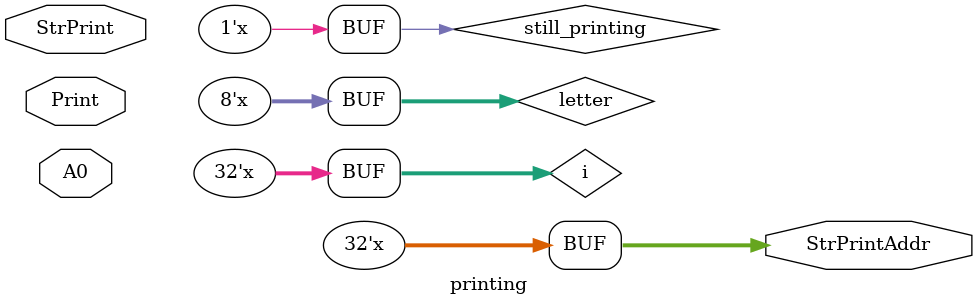
<source format=v>
/* Printing Module
This module takes in a string to print, a control bit, and the address A0.
It outputs a new address to print, which goes to instruction_memory to update
the string to print.
*/

module printing (
	// The ascii to hex string to print
	input [31:0] StrPrint,
	// Boolean to activate this module
	input Print,
	input [31:0] A0,
	output reg [31:0] StrPrintAddr
);

//current letter
reg [7:0] letter;
reg still_printing;

integer i;

initial begin
	still_printing = 0;
end

// This module is activated by flipping print from 0 to 1 (hence posedge).
always @ (posedge Print) begin
	still_printing = 1;
	StrPrintAddr = A0;
end

always @ (StrPrint) begin // Triggers when a new string to print comes into the module.
	if (still_printing) begin
		for (i = 4; i > 0; i = i - 1) begin // Work backwards through the chunk
			if (i == 4) begin
				letter = StrPrint[7:0];
			end else if ( i == 3) begin
				letter = StrPrint[15:8];
			end else if ( i == 2) begin
				letter = StrPrint[23:16];
			end else begin
				letter = StrPrint[31:24];
			end

			if (letter == 0) begin
				still_printing = 0; // Hit null terminator, stop printing.
			end else begin
				$write("%s", letter);
			end
		end
		if (~still_printing) // Adds newline
			$display("");

		StrPrintAddr = StrPrintAddr + 4; // Update printaddr so that StrPrint changes, thus continuing the printing.
	end
end

endmodule

</source>
